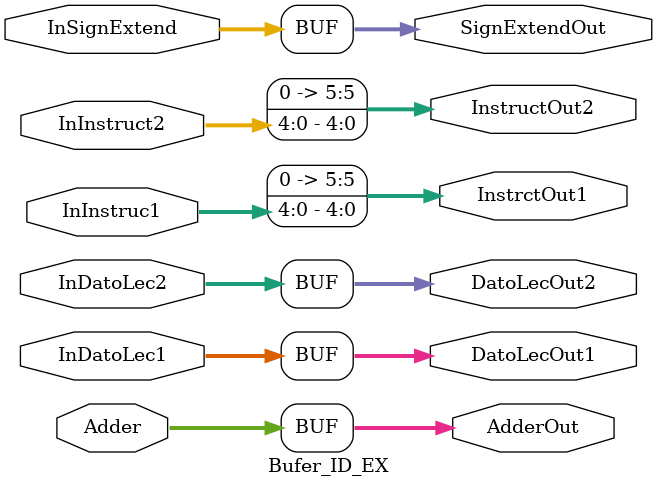
<source format=v>
`timescale 1ns/1ns

module Bufer_ID_EX(
    input [31:0]Adder,
    input [31:0]InDatoLec1,
    input [31:0]InDatoLec2,
    input [31:0]InSignExtend,
    input [4:0]InInstruc1,
    input [4:0]InInstruct2,
    output reg [31:0]AdderOut,
    output reg [31:0]DatoLecOut1,
    output reg [31:0]DatoLecOut2,
    output reg [31:0]SignExtendOut,
    output reg [5:0]InstrctOut1,
    output reg [5:0]InstructOut2
);

always @* 
begin
    AdderOut = Adder;
    DatoLecOut1 = InDatoLec1;
    DatoLecOut2 = InDatoLec2;
    SignExtendOut = InSignExtend;
    InstrctOut1 = InInstruc1;
    InstructOut2 = InInstruct2; 
end

endmodule

</source>
